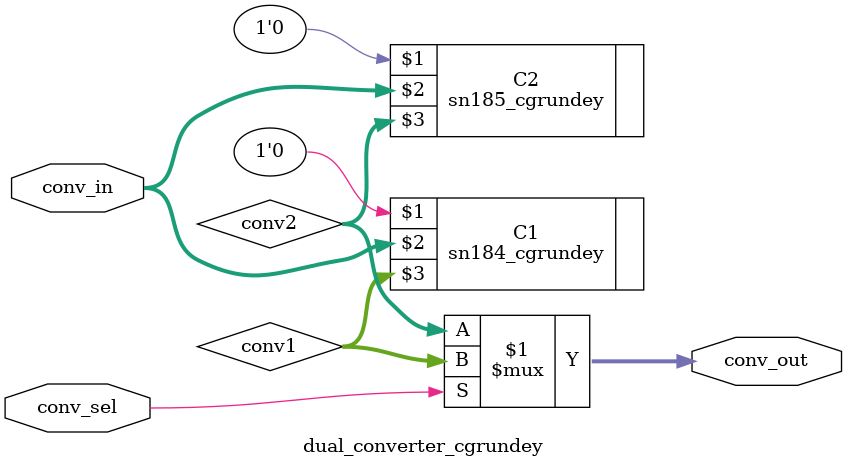
<source format=v>


module dual_converter_cgrundey(conv_sel, conv_in, conv_out);
	input        conv_sel;
	input  [5:0] conv_in;
	output [5:0] conv_out;
	wire   [5:0] conv1, conv2;
	

	sn184_cgrundey C1(1'b0, conv_in, conv1);
	sn185_cgrundey C2(1'b0, conv_in, conv2);
	
	assign conv_out = (conv_sel) ? conv1 : conv2;
	
endmodule 
</source>
